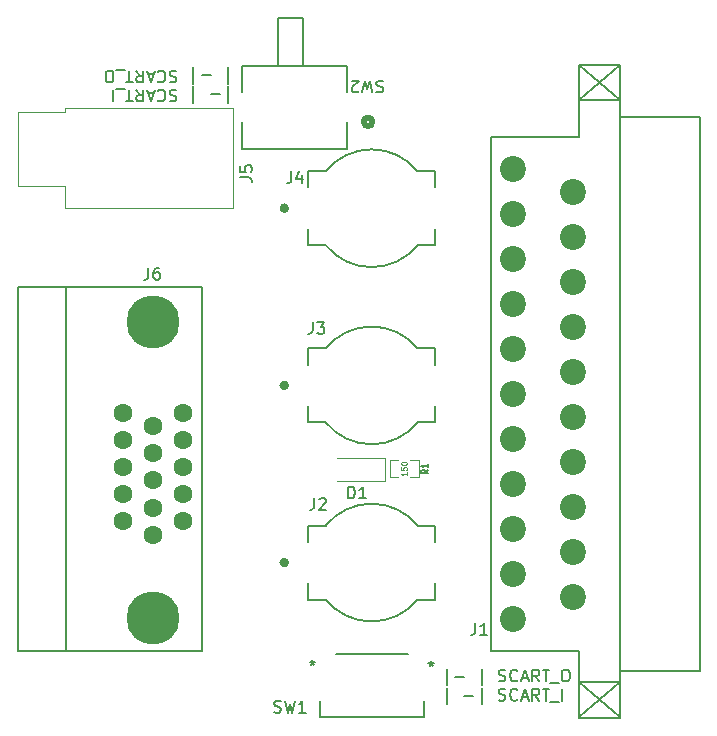
<source format=gbr>
%TF.GenerationSoftware,KiCad,Pcbnew,7.0.11+dfsg-1*%
%TF.CreationDate,2024-03-22T13:59:39+02:00*%
%TF.ProjectId,dexx_video_adapter,64657878-5f76-4696-9465-6f5f61646170,rev?*%
%TF.SameCoordinates,Original*%
%TF.FileFunction,Legend,Top*%
%TF.FilePolarity,Positive*%
%FSLAX46Y46*%
G04 Gerber Fmt 4.6, Leading zero omitted, Abs format (unit mm)*
G04 Created by KiCad (PCBNEW 7.0.11+dfsg-1) date 2024-03-22 13:59:39*
%MOMM*%
%LPD*%
G01*
G04 APERTURE LIST*
%ADD10C,0.150000*%
%ADD11C,0.127000*%
%ADD12C,0.114300*%
%ADD13C,0.152400*%
%ADD14C,0.508000*%
%ADD15C,0.400000*%
%ADD16C,0.120000*%
%ADD17C,0.119380*%
%ADD18C,1.600000*%
%ADD19C,4.500000*%
%ADD20C,2.200000*%
G04 APERTURE END LIST*
D10*
X39035125Y-14826847D02*
X39035125Y-16255419D01*
X38320839Y-15541133D02*
X37558935Y-15541133D01*
X36082744Y-14826847D02*
X36082744Y-16255419D01*
X34654172Y-15207800D02*
X34511315Y-15160180D01*
X34511315Y-15160180D02*
X34273220Y-15160180D01*
X34273220Y-15160180D02*
X34177982Y-15207800D01*
X34177982Y-15207800D02*
X34130363Y-15255419D01*
X34130363Y-15255419D02*
X34082744Y-15350657D01*
X34082744Y-15350657D02*
X34082744Y-15445895D01*
X34082744Y-15445895D02*
X34130363Y-15541133D01*
X34130363Y-15541133D02*
X34177982Y-15588752D01*
X34177982Y-15588752D02*
X34273220Y-15636371D01*
X34273220Y-15636371D02*
X34463696Y-15683990D01*
X34463696Y-15683990D02*
X34558934Y-15731609D01*
X34558934Y-15731609D02*
X34606553Y-15779228D01*
X34606553Y-15779228D02*
X34654172Y-15874466D01*
X34654172Y-15874466D02*
X34654172Y-15969704D01*
X34654172Y-15969704D02*
X34606553Y-16064942D01*
X34606553Y-16064942D02*
X34558934Y-16112561D01*
X34558934Y-16112561D02*
X34463696Y-16160180D01*
X34463696Y-16160180D02*
X34225601Y-16160180D01*
X34225601Y-16160180D02*
X34082744Y-16112561D01*
X33082744Y-15255419D02*
X33130363Y-15207800D01*
X33130363Y-15207800D02*
X33273220Y-15160180D01*
X33273220Y-15160180D02*
X33368458Y-15160180D01*
X33368458Y-15160180D02*
X33511315Y-15207800D01*
X33511315Y-15207800D02*
X33606553Y-15303038D01*
X33606553Y-15303038D02*
X33654172Y-15398276D01*
X33654172Y-15398276D02*
X33701791Y-15588752D01*
X33701791Y-15588752D02*
X33701791Y-15731609D01*
X33701791Y-15731609D02*
X33654172Y-15922085D01*
X33654172Y-15922085D02*
X33606553Y-16017323D01*
X33606553Y-16017323D02*
X33511315Y-16112561D01*
X33511315Y-16112561D02*
X33368458Y-16160180D01*
X33368458Y-16160180D02*
X33273220Y-16160180D01*
X33273220Y-16160180D02*
X33130363Y-16112561D01*
X33130363Y-16112561D02*
X33082744Y-16064942D01*
X32701791Y-15445895D02*
X32225601Y-15445895D01*
X32797029Y-15160180D02*
X32463696Y-16160180D01*
X32463696Y-16160180D02*
X32130363Y-15160180D01*
X31225601Y-15160180D02*
X31558934Y-15636371D01*
X31797029Y-15160180D02*
X31797029Y-16160180D01*
X31797029Y-16160180D02*
X31416077Y-16160180D01*
X31416077Y-16160180D02*
X31320839Y-16112561D01*
X31320839Y-16112561D02*
X31273220Y-16064942D01*
X31273220Y-16064942D02*
X31225601Y-15969704D01*
X31225601Y-15969704D02*
X31225601Y-15826847D01*
X31225601Y-15826847D02*
X31273220Y-15731609D01*
X31273220Y-15731609D02*
X31320839Y-15683990D01*
X31320839Y-15683990D02*
X31416077Y-15636371D01*
X31416077Y-15636371D02*
X31797029Y-15636371D01*
X30939886Y-16160180D02*
X30368458Y-16160180D01*
X30654172Y-15160180D02*
X30654172Y-16160180D01*
X30273220Y-15064942D02*
X29511315Y-15064942D01*
X29273219Y-15160180D02*
X29273219Y-16160180D01*
X39035125Y-13216847D02*
X39035125Y-14645419D01*
X37558934Y-13931133D02*
X36797030Y-13931133D01*
X36082744Y-13216847D02*
X36082744Y-14645419D01*
X34654172Y-13597800D02*
X34511315Y-13550180D01*
X34511315Y-13550180D02*
X34273220Y-13550180D01*
X34273220Y-13550180D02*
X34177982Y-13597800D01*
X34177982Y-13597800D02*
X34130363Y-13645419D01*
X34130363Y-13645419D02*
X34082744Y-13740657D01*
X34082744Y-13740657D02*
X34082744Y-13835895D01*
X34082744Y-13835895D02*
X34130363Y-13931133D01*
X34130363Y-13931133D02*
X34177982Y-13978752D01*
X34177982Y-13978752D02*
X34273220Y-14026371D01*
X34273220Y-14026371D02*
X34463696Y-14073990D01*
X34463696Y-14073990D02*
X34558934Y-14121609D01*
X34558934Y-14121609D02*
X34606553Y-14169228D01*
X34606553Y-14169228D02*
X34654172Y-14264466D01*
X34654172Y-14264466D02*
X34654172Y-14359704D01*
X34654172Y-14359704D02*
X34606553Y-14454942D01*
X34606553Y-14454942D02*
X34558934Y-14502561D01*
X34558934Y-14502561D02*
X34463696Y-14550180D01*
X34463696Y-14550180D02*
X34225601Y-14550180D01*
X34225601Y-14550180D02*
X34082744Y-14502561D01*
X33082744Y-13645419D02*
X33130363Y-13597800D01*
X33130363Y-13597800D02*
X33273220Y-13550180D01*
X33273220Y-13550180D02*
X33368458Y-13550180D01*
X33368458Y-13550180D02*
X33511315Y-13597800D01*
X33511315Y-13597800D02*
X33606553Y-13693038D01*
X33606553Y-13693038D02*
X33654172Y-13788276D01*
X33654172Y-13788276D02*
X33701791Y-13978752D01*
X33701791Y-13978752D02*
X33701791Y-14121609D01*
X33701791Y-14121609D02*
X33654172Y-14312085D01*
X33654172Y-14312085D02*
X33606553Y-14407323D01*
X33606553Y-14407323D02*
X33511315Y-14502561D01*
X33511315Y-14502561D02*
X33368458Y-14550180D01*
X33368458Y-14550180D02*
X33273220Y-14550180D01*
X33273220Y-14550180D02*
X33130363Y-14502561D01*
X33130363Y-14502561D02*
X33082744Y-14454942D01*
X32701791Y-13835895D02*
X32225601Y-13835895D01*
X32797029Y-13550180D02*
X32463696Y-14550180D01*
X32463696Y-14550180D02*
X32130363Y-13550180D01*
X31225601Y-13550180D02*
X31558934Y-14026371D01*
X31797029Y-13550180D02*
X31797029Y-14550180D01*
X31797029Y-14550180D02*
X31416077Y-14550180D01*
X31416077Y-14550180D02*
X31320839Y-14502561D01*
X31320839Y-14502561D02*
X31273220Y-14454942D01*
X31273220Y-14454942D02*
X31225601Y-14359704D01*
X31225601Y-14359704D02*
X31225601Y-14216847D01*
X31225601Y-14216847D02*
X31273220Y-14121609D01*
X31273220Y-14121609D02*
X31320839Y-14073990D01*
X31320839Y-14073990D02*
X31416077Y-14026371D01*
X31416077Y-14026371D02*
X31797029Y-14026371D01*
X30939886Y-14550180D02*
X30368458Y-14550180D01*
X30654172Y-13550180D02*
X30654172Y-14550180D01*
X30273220Y-13454942D02*
X29511315Y-13454942D01*
X29082743Y-14550180D02*
X28892267Y-14550180D01*
X28892267Y-14550180D02*
X28797029Y-14502561D01*
X28797029Y-14502561D02*
X28701791Y-14407323D01*
X28701791Y-14407323D02*
X28654172Y-14216847D01*
X28654172Y-14216847D02*
X28654172Y-13883514D01*
X28654172Y-13883514D02*
X28701791Y-13693038D01*
X28701791Y-13693038D02*
X28797029Y-13597800D01*
X28797029Y-13597800D02*
X28892267Y-13550180D01*
X28892267Y-13550180D02*
X29082743Y-13550180D01*
X29082743Y-13550180D02*
X29177981Y-13597800D01*
X29177981Y-13597800D02*
X29273219Y-13693038D01*
X29273219Y-13693038D02*
X29320838Y-13883514D01*
X29320838Y-13883514D02*
X29320838Y-14216847D01*
X29320838Y-14216847D02*
X29273219Y-14407323D01*
X29273219Y-14407323D02*
X29177981Y-14502561D01*
X29177981Y-14502561D02*
X29082743Y-14550180D01*
X57554874Y-65603152D02*
X57554874Y-64174580D01*
X58269160Y-64888866D02*
X59031065Y-64888866D01*
X60507255Y-65603152D02*
X60507255Y-64174580D01*
X61935827Y-65222200D02*
X62078684Y-65269819D01*
X62078684Y-65269819D02*
X62316779Y-65269819D01*
X62316779Y-65269819D02*
X62412017Y-65222200D01*
X62412017Y-65222200D02*
X62459636Y-65174580D01*
X62459636Y-65174580D02*
X62507255Y-65079342D01*
X62507255Y-65079342D02*
X62507255Y-64984104D01*
X62507255Y-64984104D02*
X62459636Y-64888866D01*
X62459636Y-64888866D02*
X62412017Y-64841247D01*
X62412017Y-64841247D02*
X62316779Y-64793628D01*
X62316779Y-64793628D02*
X62126303Y-64746009D01*
X62126303Y-64746009D02*
X62031065Y-64698390D01*
X62031065Y-64698390D02*
X61983446Y-64650771D01*
X61983446Y-64650771D02*
X61935827Y-64555533D01*
X61935827Y-64555533D02*
X61935827Y-64460295D01*
X61935827Y-64460295D02*
X61983446Y-64365057D01*
X61983446Y-64365057D02*
X62031065Y-64317438D01*
X62031065Y-64317438D02*
X62126303Y-64269819D01*
X62126303Y-64269819D02*
X62364398Y-64269819D01*
X62364398Y-64269819D02*
X62507255Y-64317438D01*
X63507255Y-65174580D02*
X63459636Y-65222200D01*
X63459636Y-65222200D02*
X63316779Y-65269819D01*
X63316779Y-65269819D02*
X63221541Y-65269819D01*
X63221541Y-65269819D02*
X63078684Y-65222200D01*
X63078684Y-65222200D02*
X62983446Y-65126961D01*
X62983446Y-65126961D02*
X62935827Y-65031723D01*
X62935827Y-65031723D02*
X62888208Y-64841247D01*
X62888208Y-64841247D02*
X62888208Y-64698390D01*
X62888208Y-64698390D02*
X62935827Y-64507914D01*
X62935827Y-64507914D02*
X62983446Y-64412676D01*
X62983446Y-64412676D02*
X63078684Y-64317438D01*
X63078684Y-64317438D02*
X63221541Y-64269819D01*
X63221541Y-64269819D02*
X63316779Y-64269819D01*
X63316779Y-64269819D02*
X63459636Y-64317438D01*
X63459636Y-64317438D02*
X63507255Y-64365057D01*
X63888208Y-64984104D02*
X64364398Y-64984104D01*
X63792970Y-65269819D02*
X64126303Y-64269819D01*
X64126303Y-64269819D02*
X64459636Y-65269819D01*
X65364398Y-65269819D02*
X65031065Y-64793628D01*
X64792970Y-65269819D02*
X64792970Y-64269819D01*
X64792970Y-64269819D02*
X65173922Y-64269819D01*
X65173922Y-64269819D02*
X65269160Y-64317438D01*
X65269160Y-64317438D02*
X65316779Y-64365057D01*
X65316779Y-64365057D02*
X65364398Y-64460295D01*
X65364398Y-64460295D02*
X65364398Y-64603152D01*
X65364398Y-64603152D02*
X65316779Y-64698390D01*
X65316779Y-64698390D02*
X65269160Y-64746009D01*
X65269160Y-64746009D02*
X65173922Y-64793628D01*
X65173922Y-64793628D02*
X64792970Y-64793628D01*
X65650113Y-64269819D02*
X66221541Y-64269819D01*
X65935827Y-65269819D02*
X65935827Y-64269819D01*
X66316780Y-65365057D02*
X67078684Y-65365057D01*
X67507256Y-64269819D02*
X67697732Y-64269819D01*
X67697732Y-64269819D02*
X67792970Y-64317438D01*
X67792970Y-64317438D02*
X67888208Y-64412676D01*
X67888208Y-64412676D02*
X67935827Y-64603152D01*
X67935827Y-64603152D02*
X67935827Y-64936485D01*
X67935827Y-64936485D02*
X67888208Y-65126961D01*
X67888208Y-65126961D02*
X67792970Y-65222200D01*
X67792970Y-65222200D02*
X67697732Y-65269819D01*
X67697732Y-65269819D02*
X67507256Y-65269819D01*
X67507256Y-65269819D02*
X67412018Y-65222200D01*
X67412018Y-65222200D02*
X67316780Y-65126961D01*
X67316780Y-65126961D02*
X67269161Y-64936485D01*
X67269161Y-64936485D02*
X67269161Y-64603152D01*
X67269161Y-64603152D02*
X67316780Y-64412676D01*
X67316780Y-64412676D02*
X67412018Y-64317438D01*
X67412018Y-64317438D02*
X67507256Y-64269819D01*
X57554874Y-67213152D02*
X57554874Y-65784580D01*
X59031065Y-66498866D02*
X59792970Y-66498866D01*
X60507255Y-67213152D02*
X60507255Y-65784580D01*
X61935827Y-66832200D02*
X62078684Y-66879819D01*
X62078684Y-66879819D02*
X62316779Y-66879819D01*
X62316779Y-66879819D02*
X62412017Y-66832200D01*
X62412017Y-66832200D02*
X62459636Y-66784580D01*
X62459636Y-66784580D02*
X62507255Y-66689342D01*
X62507255Y-66689342D02*
X62507255Y-66594104D01*
X62507255Y-66594104D02*
X62459636Y-66498866D01*
X62459636Y-66498866D02*
X62412017Y-66451247D01*
X62412017Y-66451247D02*
X62316779Y-66403628D01*
X62316779Y-66403628D02*
X62126303Y-66356009D01*
X62126303Y-66356009D02*
X62031065Y-66308390D01*
X62031065Y-66308390D02*
X61983446Y-66260771D01*
X61983446Y-66260771D02*
X61935827Y-66165533D01*
X61935827Y-66165533D02*
X61935827Y-66070295D01*
X61935827Y-66070295D02*
X61983446Y-65975057D01*
X61983446Y-65975057D02*
X62031065Y-65927438D01*
X62031065Y-65927438D02*
X62126303Y-65879819D01*
X62126303Y-65879819D02*
X62364398Y-65879819D01*
X62364398Y-65879819D02*
X62507255Y-65927438D01*
X63507255Y-66784580D02*
X63459636Y-66832200D01*
X63459636Y-66832200D02*
X63316779Y-66879819D01*
X63316779Y-66879819D02*
X63221541Y-66879819D01*
X63221541Y-66879819D02*
X63078684Y-66832200D01*
X63078684Y-66832200D02*
X62983446Y-66736961D01*
X62983446Y-66736961D02*
X62935827Y-66641723D01*
X62935827Y-66641723D02*
X62888208Y-66451247D01*
X62888208Y-66451247D02*
X62888208Y-66308390D01*
X62888208Y-66308390D02*
X62935827Y-66117914D01*
X62935827Y-66117914D02*
X62983446Y-66022676D01*
X62983446Y-66022676D02*
X63078684Y-65927438D01*
X63078684Y-65927438D02*
X63221541Y-65879819D01*
X63221541Y-65879819D02*
X63316779Y-65879819D01*
X63316779Y-65879819D02*
X63459636Y-65927438D01*
X63459636Y-65927438D02*
X63507255Y-65975057D01*
X63888208Y-66594104D02*
X64364398Y-66594104D01*
X63792970Y-66879819D02*
X64126303Y-65879819D01*
X64126303Y-65879819D02*
X64459636Y-66879819D01*
X65364398Y-66879819D02*
X65031065Y-66403628D01*
X64792970Y-66879819D02*
X64792970Y-65879819D01*
X64792970Y-65879819D02*
X65173922Y-65879819D01*
X65173922Y-65879819D02*
X65269160Y-65927438D01*
X65269160Y-65927438D02*
X65316779Y-65975057D01*
X65316779Y-65975057D02*
X65364398Y-66070295D01*
X65364398Y-66070295D02*
X65364398Y-66213152D01*
X65364398Y-66213152D02*
X65316779Y-66308390D01*
X65316779Y-66308390D02*
X65269160Y-66356009D01*
X65269160Y-66356009D02*
X65173922Y-66403628D01*
X65173922Y-66403628D02*
X64792970Y-66403628D01*
X65650113Y-65879819D02*
X66221541Y-65879819D01*
X65935827Y-66879819D02*
X65935827Y-65879819D01*
X66316780Y-66975057D02*
X67078684Y-66975057D01*
X67316780Y-66879819D02*
X67316780Y-65879819D01*
X52153332Y-14442800D02*
X52010475Y-14395180D01*
X52010475Y-14395180D02*
X51772380Y-14395180D01*
X51772380Y-14395180D02*
X51677142Y-14442800D01*
X51677142Y-14442800D02*
X51629523Y-14490419D01*
X51629523Y-14490419D02*
X51581904Y-14585657D01*
X51581904Y-14585657D02*
X51581904Y-14680895D01*
X51581904Y-14680895D02*
X51629523Y-14776133D01*
X51629523Y-14776133D02*
X51677142Y-14823752D01*
X51677142Y-14823752D02*
X51772380Y-14871371D01*
X51772380Y-14871371D02*
X51962856Y-14918990D01*
X51962856Y-14918990D02*
X52058094Y-14966609D01*
X52058094Y-14966609D02*
X52105713Y-15014228D01*
X52105713Y-15014228D02*
X52153332Y-15109466D01*
X52153332Y-15109466D02*
X52153332Y-15204704D01*
X52153332Y-15204704D02*
X52105713Y-15299942D01*
X52105713Y-15299942D02*
X52058094Y-15347561D01*
X52058094Y-15347561D02*
X51962856Y-15395180D01*
X51962856Y-15395180D02*
X51724761Y-15395180D01*
X51724761Y-15395180D02*
X51581904Y-15347561D01*
X51248570Y-15395180D02*
X51010475Y-14395180D01*
X51010475Y-14395180D02*
X50819999Y-15109466D01*
X50819999Y-15109466D02*
X50629523Y-14395180D01*
X50629523Y-14395180D02*
X50391428Y-15395180D01*
X50058094Y-15299942D02*
X50010475Y-15347561D01*
X50010475Y-15347561D02*
X49915237Y-15395180D01*
X49915237Y-15395180D02*
X49677142Y-15395180D01*
X49677142Y-15395180D02*
X49581904Y-15347561D01*
X49581904Y-15347561D02*
X49534285Y-15299942D01*
X49534285Y-15299942D02*
X49486666Y-15204704D01*
X49486666Y-15204704D02*
X49486666Y-15109466D01*
X49486666Y-15109466D02*
X49534285Y-14966609D01*
X49534285Y-14966609D02*
X50105713Y-14395180D01*
X50105713Y-14395180D02*
X49486666Y-14395180D01*
X46186537Y-34834612D02*
X46186537Y-35549173D01*
X46186537Y-35549173D02*
X46138900Y-35692086D01*
X46138900Y-35692086D02*
X46043625Y-35787361D01*
X46043625Y-35787361D02*
X45900713Y-35834998D01*
X45900713Y-35834998D02*
X45805438Y-35834998D01*
X46567637Y-34834612D02*
X47186923Y-34834612D01*
X47186923Y-34834612D02*
X46853461Y-35215711D01*
X46853461Y-35215711D02*
X46996374Y-35215711D01*
X46996374Y-35215711D02*
X47091649Y-35263349D01*
X47091649Y-35263349D02*
X47139286Y-35310986D01*
X47139286Y-35310986D02*
X47186923Y-35406261D01*
X47186923Y-35406261D02*
X47186923Y-35644448D01*
X47186923Y-35644448D02*
X47139286Y-35739723D01*
X47139286Y-35739723D02*
X47091649Y-35787361D01*
X47091649Y-35787361D02*
X46996374Y-35834998D01*
X46996374Y-35834998D02*
X46710549Y-35834998D01*
X46710549Y-35834998D02*
X46615274Y-35787361D01*
X46615274Y-35787361D02*
X46567637Y-35739723D01*
X44356537Y-22084612D02*
X44356537Y-22799173D01*
X44356537Y-22799173D02*
X44308900Y-22942086D01*
X44308900Y-22942086D02*
X44213625Y-23037361D01*
X44213625Y-23037361D02*
X44070713Y-23084998D01*
X44070713Y-23084998D02*
X43975438Y-23084998D01*
X45261649Y-22418074D02*
X45261649Y-23084998D01*
X45023461Y-22036975D02*
X44785274Y-22751536D01*
X44785274Y-22751536D02*
X45404561Y-22751536D01*
X49191905Y-49764819D02*
X49191905Y-48764819D01*
X49191905Y-48764819D02*
X49430000Y-48764819D01*
X49430000Y-48764819D02*
X49572857Y-48812438D01*
X49572857Y-48812438D02*
X49668095Y-48907676D01*
X49668095Y-48907676D02*
X49715714Y-49002914D01*
X49715714Y-49002914D02*
X49763333Y-49193390D01*
X49763333Y-49193390D02*
X49763333Y-49336247D01*
X49763333Y-49336247D02*
X49715714Y-49526723D01*
X49715714Y-49526723D02*
X49668095Y-49621961D01*
X49668095Y-49621961D02*
X49572857Y-49717200D01*
X49572857Y-49717200D02*
X49430000Y-49764819D01*
X49430000Y-49764819D02*
X49191905Y-49764819D01*
X50715714Y-49764819D02*
X50144286Y-49764819D01*
X50430000Y-49764819D02*
X50430000Y-48764819D01*
X50430000Y-48764819D02*
X50334762Y-48907676D01*
X50334762Y-48907676D02*
X50239524Y-49002914D01*
X50239524Y-49002914D02*
X50144286Y-49050533D01*
X32271666Y-30234819D02*
X32271666Y-30949104D01*
X32271666Y-30949104D02*
X32224047Y-31091961D01*
X32224047Y-31091961D02*
X32128809Y-31187200D01*
X32128809Y-31187200D02*
X31985952Y-31234819D01*
X31985952Y-31234819D02*
X31890714Y-31234819D01*
X33176428Y-30234819D02*
X32985952Y-30234819D01*
X32985952Y-30234819D02*
X32890714Y-30282438D01*
X32890714Y-30282438D02*
X32843095Y-30330057D01*
X32843095Y-30330057D02*
X32747857Y-30472914D01*
X32747857Y-30472914D02*
X32700238Y-30663390D01*
X32700238Y-30663390D02*
X32700238Y-31044342D01*
X32700238Y-31044342D02*
X32747857Y-31139580D01*
X32747857Y-31139580D02*
X32795476Y-31187200D01*
X32795476Y-31187200D02*
X32890714Y-31234819D01*
X32890714Y-31234819D02*
X33081190Y-31234819D01*
X33081190Y-31234819D02*
X33176428Y-31187200D01*
X33176428Y-31187200D02*
X33224047Y-31139580D01*
X33224047Y-31139580D02*
X33271666Y-31044342D01*
X33271666Y-31044342D02*
X33271666Y-30806247D01*
X33271666Y-30806247D02*
X33224047Y-30711009D01*
X33224047Y-30711009D02*
X33176428Y-30663390D01*
X33176428Y-30663390D02*
X33081190Y-30615771D01*
X33081190Y-30615771D02*
X32890714Y-30615771D01*
X32890714Y-30615771D02*
X32795476Y-30663390D01*
X32795476Y-30663390D02*
X32747857Y-30711009D01*
X32747857Y-30711009D02*
X32700238Y-30806247D01*
X46306537Y-49744612D02*
X46306537Y-50459173D01*
X46306537Y-50459173D02*
X46258900Y-50602086D01*
X46258900Y-50602086D02*
X46163625Y-50697361D01*
X46163625Y-50697361D02*
X46020713Y-50744998D01*
X46020713Y-50744998D02*
X45925438Y-50744998D01*
X46735274Y-49839887D02*
X46782912Y-49792249D01*
X46782912Y-49792249D02*
X46878187Y-49744612D01*
X46878187Y-49744612D02*
X47116374Y-49744612D01*
X47116374Y-49744612D02*
X47211649Y-49792249D01*
X47211649Y-49792249D02*
X47259286Y-49839887D01*
X47259286Y-49839887D02*
X47306923Y-49935162D01*
X47306923Y-49935162D02*
X47306923Y-50030437D01*
X47306923Y-50030437D02*
X47259286Y-50173349D01*
X47259286Y-50173349D02*
X46687637Y-50744998D01*
X46687637Y-50744998D02*
X47306923Y-50744998D01*
X42926667Y-67857200D02*
X43069524Y-67904819D01*
X43069524Y-67904819D02*
X43307619Y-67904819D01*
X43307619Y-67904819D02*
X43402857Y-67857200D01*
X43402857Y-67857200D02*
X43450476Y-67809580D01*
X43450476Y-67809580D02*
X43498095Y-67714342D01*
X43498095Y-67714342D02*
X43498095Y-67619104D01*
X43498095Y-67619104D02*
X43450476Y-67523866D01*
X43450476Y-67523866D02*
X43402857Y-67476247D01*
X43402857Y-67476247D02*
X43307619Y-67428628D01*
X43307619Y-67428628D02*
X43117143Y-67381009D01*
X43117143Y-67381009D02*
X43021905Y-67333390D01*
X43021905Y-67333390D02*
X42974286Y-67285771D01*
X42974286Y-67285771D02*
X42926667Y-67190533D01*
X42926667Y-67190533D02*
X42926667Y-67095295D01*
X42926667Y-67095295D02*
X42974286Y-67000057D01*
X42974286Y-67000057D02*
X43021905Y-66952438D01*
X43021905Y-66952438D02*
X43117143Y-66904819D01*
X43117143Y-66904819D02*
X43355238Y-66904819D01*
X43355238Y-66904819D02*
X43498095Y-66952438D01*
X43831429Y-66904819D02*
X44069524Y-67904819D01*
X44069524Y-67904819D02*
X44260000Y-67190533D01*
X44260000Y-67190533D02*
X44450476Y-67904819D01*
X44450476Y-67904819D02*
X44688572Y-66904819D01*
X45593333Y-67904819D02*
X45021905Y-67904819D01*
X45307619Y-67904819D02*
X45307619Y-66904819D01*
X45307619Y-66904819D02*
X45212381Y-67047676D01*
X45212381Y-67047676D02*
X45117143Y-67142914D01*
X45117143Y-67142914D02*
X45021905Y-67190533D01*
X56220000Y-63524819D02*
X56220000Y-63762914D01*
X55981905Y-63667676D02*
X56220000Y-63762914D01*
X56220000Y-63762914D02*
X56458095Y-63667676D01*
X56077143Y-63953390D02*
X56220000Y-63762914D01*
X56220000Y-63762914D02*
X56362857Y-63953390D01*
X46160000Y-63464819D02*
X46160000Y-63702914D01*
X45921905Y-63607676D02*
X46160000Y-63702914D01*
X46160000Y-63702914D02*
X46398095Y-63607676D01*
X46017143Y-63893390D02*
X46160000Y-63702914D01*
X46160000Y-63702914D02*
X46302857Y-63893390D01*
D11*
X55983658Y-47324666D02*
X55705467Y-47494000D01*
X55983658Y-47614952D02*
X55399458Y-47614952D01*
X55399458Y-47614952D02*
X55399458Y-47421428D01*
X55399458Y-47421428D02*
X55427277Y-47373047D01*
X55427277Y-47373047D02*
X55455096Y-47348857D01*
X55455096Y-47348857D02*
X55510734Y-47324666D01*
X55510734Y-47324666D02*
X55594191Y-47324666D01*
X55594191Y-47324666D02*
X55649829Y-47348857D01*
X55649829Y-47348857D02*
X55677648Y-47373047D01*
X55677648Y-47373047D02*
X55705467Y-47421428D01*
X55705467Y-47421428D02*
X55705467Y-47614952D01*
X55983658Y-46840857D02*
X55983658Y-47131143D01*
X55983658Y-46986000D02*
X55399458Y-46986000D01*
X55399458Y-46986000D02*
X55482915Y-47034381D01*
X55482915Y-47034381D02*
X55538553Y-47082762D01*
X55538553Y-47082762D02*
X55566372Y-47131143D01*
D12*
X54171066Y-47544800D02*
X54171066Y-47806057D01*
X54171066Y-47675428D02*
X53663066Y-47675428D01*
X53663066Y-47675428D02*
X53735637Y-47718971D01*
X53735637Y-47718971D02*
X53784018Y-47762514D01*
X53784018Y-47762514D02*
X53808209Y-47806057D01*
X53663066Y-47131142D02*
X53663066Y-47348856D01*
X53663066Y-47348856D02*
X53904971Y-47370628D01*
X53904971Y-47370628D02*
X53880780Y-47348856D01*
X53880780Y-47348856D02*
X53856590Y-47305314D01*
X53856590Y-47305314D02*
X53856590Y-47196456D01*
X53856590Y-47196456D02*
X53880780Y-47152914D01*
X53880780Y-47152914D02*
X53904971Y-47131142D01*
X53904971Y-47131142D02*
X53953352Y-47109371D01*
X53953352Y-47109371D02*
X54074304Y-47109371D01*
X54074304Y-47109371D02*
X54122685Y-47131142D01*
X54122685Y-47131142D02*
X54146876Y-47152914D01*
X54146876Y-47152914D02*
X54171066Y-47196456D01*
X54171066Y-47196456D02*
X54171066Y-47305314D01*
X54171066Y-47305314D02*
X54146876Y-47348856D01*
X54146876Y-47348856D02*
X54122685Y-47370628D01*
X53663066Y-46826342D02*
X53663066Y-46782799D01*
X53663066Y-46782799D02*
X53687256Y-46739256D01*
X53687256Y-46739256D02*
X53711447Y-46717485D01*
X53711447Y-46717485D02*
X53759828Y-46695713D01*
X53759828Y-46695713D02*
X53856590Y-46673942D01*
X53856590Y-46673942D02*
X53977542Y-46673942D01*
X53977542Y-46673942D02*
X54074304Y-46695713D01*
X54074304Y-46695713D02*
X54122685Y-46717485D01*
X54122685Y-46717485D02*
X54146876Y-46739256D01*
X54146876Y-46739256D02*
X54171066Y-46782799D01*
X54171066Y-46782799D02*
X54171066Y-46826342D01*
X54171066Y-46826342D02*
X54146876Y-46869885D01*
X54146876Y-46869885D02*
X54122685Y-46891656D01*
X54122685Y-46891656D02*
X54074304Y-46913427D01*
X54074304Y-46913427D02*
X53977542Y-46935199D01*
X53977542Y-46935199D02*
X53856590Y-46935199D01*
X53856590Y-46935199D02*
X53759828Y-46913427D01*
X53759828Y-46913427D02*
X53711447Y-46891656D01*
X53711447Y-46891656D02*
X53687256Y-46869885D01*
X53687256Y-46869885D02*
X53663066Y-46826342D01*
D10*
X59946666Y-60324819D02*
X59946666Y-61039104D01*
X59946666Y-61039104D02*
X59899047Y-61181961D01*
X59899047Y-61181961D02*
X59803809Y-61277200D01*
X59803809Y-61277200D02*
X59660952Y-61324819D01*
X59660952Y-61324819D02*
X59565714Y-61324819D01*
X60946666Y-61324819D02*
X60375238Y-61324819D01*
X60660952Y-61324819D02*
X60660952Y-60324819D01*
X60660952Y-60324819D02*
X60565714Y-60467676D01*
X60565714Y-60467676D02*
X60470476Y-60562914D01*
X60470476Y-60562914D02*
X60375238Y-60610533D01*
X40034819Y-22573333D02*
X40749104Y-22573333D01*
X40749104Y-22573333D02*
X40891961Y-22620952D01*
X40891961Y-22620952D02*
X40987200Y-22716190D01*
X40987200Y-22716190D02*
X41034819Y-22859047D01*
X41034819Y-22859047D02*
X41034819Y-22954285D01*
X40034819Y-21620952D02*
X40034819Y-22097142D01*
X40034819Y-22097142D02*
X40511009Y-22144761D01*
X40511009Y-22144761D02*
X40463390Y-22097142D01*
X40463390Y-22097142D02*
X40415771Y-22001904D01*
X40415771Y-22001904D02*
X40415771Y-21763809D01*
X40415771Y-21763809D02*
X40463390Y-21668571D01*
X40463390Y-21668571D02*
X40511009Y-21620952D01*
X40511009Y-21620952D02*
X40606247Y-21573333D01*
X40606247Y-21573333D02*
X40844342Y-21573333D01*
X40844342Y-21573333D02*
X40939580Y-21620952D01*
X40939580Y-21620952D02*
X40987200Y-21668571D01*
X40987200Y-21668571D02*
X41034819Y-21763809D01*
X41034819Y-21763809D02*
X41034819Y-22001904D01*
X41034819Y-22001904D02*
X40987200Y-22097142D01*
X40987200Y-22097142D02*
X40939580Y-22144761D01*
D13*
%TO.C,SW2*%
X49094400Y-20170600D02*
X49094400Y-17934593D01*
X49094400Y-15345407D02*
X49094400Y-13121600D01*
X49094400Y-13121600D02*
X40229800Y-13121600D01*
X45373300Y-13121600D02*
X45373300Y-9121600D01*
X45373300Y-9121600D02*
X43265100Y-9121600D01*
X43265100Y-13121600D02*
X43265100Y-9121600D01*
X40229800Y-20170600D02*
X49094400Y-20170600D01*
X40229800Y-17934593D02*
X40229800Y-20170600D01*
X40229800Y-13121600D02*
X40229800Y-15345407D01*
D14*
X51253400Y-17884600D02*
G75*
G03*
X50491400Y-17884600I-381000J0D01*
G01*
X50491400Y-17884600D02*
G75*
G03*
X51253400Y-17884600I381000J0D01*
G01*
D11*
%TO.C,J3*%
X45830000Y-37065000D02*
X45830000Y-38435000D01*
X45830000Y-41965000D02*
X45830000Y-43335000D01*
X47296000Y-37065000D02*
X45830000Y-37065000D01*
X47296000Y-43335000D02*
X45830000Y-43335000D01*
X56530000Y-37065000D02*
X55064000Y-37065000D01*
X56530000Y-37065000D02*
X56530000Y-38435000D01*
X56530000Y-41965000D02*
X56530000Y-43335000D01*
X56530000Y-43335000D02*
X55064000Y-43335000D01*
X55063999Y-37065001D02*
G75*
G03*
X47296001Y-37065001I-3883999J-3148850D01*
G01*
X47296001Y-43334999D02*
G75*
G03*
X55063999Y-43334999I3883999J3148850D01*
G01*
D15*
X43980000Y-40200000D02*
G75*
G03*
X43580000Y-40200000I-200000J0D01*
G01*
X43580000Y-40200000D02*
G75*
G03*
X43980000Y-40200000I200000J0D01*
G01*
D11*
%TO.C,J4*%
X45830000Y-22065000D02*
X45830000Y-23435000D01*
X45830000Y-26965000D02*
X45830000Y-28335000D01*
X47296000Y-22065000D02*
X45830000Y-22065000D01*
X47296000Y-28335000D02*
X45830000Y-28335000D01*
X56530000Y-22065000D02*
X55064000Y-22065000D01*
X56530000Y-22065000D02*
X56530000Y-23435000D01*
X56530000Y-26965000D02*
X56530000Y-28335000D01*
X56530000Y-28335000D02*
X55064000Y-28335000D01*
X55063999Y-22065001D02*
G75*
G03*
X47296001Y-22065001I-3883999J-3148850D01*
G01*
X47296001Y-28334999D02*
G75*
G03*
X55063999Y-28334999I3883999J3148850D01*
G01*
D15*
X43980000Y-25200000D02*
G75*
G03*
X43580000Y-25200000I-200000J0D01*
G01*
X43580000Y-25200000D02*
G75*
G03*
X43980000Y-25200000I200000J0D01*
G01*
D16*
%TO.C,D1*%
X52290000Y-48310000D02*
X52290000Y-46310000D01*
X52290000Y-48310000D02*
X48280000Y-48310000D01*
X52290000Y-46310000D02*
X48280000Y-46310000D01*
D10*
%TO.C,J6*%
X21270000Y-31850000D02*
X36800000Y-31850000D01*
X36800000Y-62650000D02*
X36800000Y-31850000D01*
X36800000Y-62650000D02*
X21270000Y-62650000D01*
X25320000Y-62650000D02*
X25320000Y-31850000D01*
X21270000Y-62650000D02*
X21270000Y-31850000D01*
D11*
%TO.C,J2*%
X45830000Y-52065000D02*
X45830000Y-53435000D01*
X45830000Y-56965000D02*
X45830000Y-58335000D01*
X47296000Y-52065000D02*
X45830000Y-52065000D01*
X47296000Y-58335000D02*
X45830000Y-58335000D01*
X56530000Y-52065000D02*
X55064000Y-52065000D01*
X56530000Y-52065000D02*
X56530000Y-53435000D01*
X56530000Y-56965000D02*
X56530000Y-58335000D01*
X56530000Y-58335000D02*
X55064000Y-58335000D01*
X55063999Y-52065001D02*
G75*
G03*
X47296001Y-52065001I-3883999J-3148850D01*
G01*
X47296001Y-58334999D02*
G75*
G03*
X55063999Y-58334999I3883999J3148850D01*
G01*
D15*
X43980000Y-55200000D02*
G75*
G03*
X43580000Y-55200000I-200000J0D01*
G01*
X43580000Y-55200000D02*
G75*
G03*
X43980000Y-55200000I200000J0D01*
G01*
D13*
%TO.C,SW1*%
X46767701Y-66894593D02*
X46767701Y-68254200D01*
X46767701Y-68254200D02*
X55632301Y-68254200D01*
X49805251Y-62945600D02*
X48177255Y-62945600D01*
X51805252Y-62945600D02*
X49805251Y-62945600D01*
X53805253Y-62945600D02*
X51805252Y-62945600D01*
X54222748Y-62945600D02*
X53805253Y-62945600D01*
X55632301Y-68254200D02*
X55632301Y-66894593D01*
D17*
%TO.C,R1*%
X55181520Y-46503400D02*
X55181520Y-47976600D01*
X55140880Y-47974060D02*
X54442380Y-47974060D01*
X54442380Y-46505940D02*
X55140880Y-46505940D01*
X53441620Y-47974060D02*
X52743120Y-47974060D01*
X53441620Y-46505940D02*
X52743120Y-46505940D01*
X52702480Y-47976600D02*
X52702480Y-46503400D01*
D10*
%TO.C,J1*%
X72200000Y-68325000D02*
X68700000Y-68325000D01*
X68709740Y-68314280D02*
X72189540Y-65342480D01*
X72192080Y-68306660D02*
X68724980Y-65339940D01*
X72200000Y-65325000D02*
X68700000Y-65325000D01*
X78950000Y-64415000D02*
X72200000Y-64415000D01*
X61250000Y-62710000D02*
X61250000Y-19210000D01*
X68700000Y-62710000D02*
X68700000Y-68325000D01*
X68700000Y-62710000D02*
X61250000Y-62710000D01*
X61250000Y-19210000D02*
X68700000Y-19210000D01*
X68700000Y-19210000D02*
X68700000Y-13055000D01*
X78950000Y-17515000D02*
X78950000Y-64415000D01*
X78950000Y-17515000D02*
X72200000Y-17515000D01*
X68702120Y-16055300D02*
X72194620Y-13068260D01*
X68700000Y-16055000D02*
X72200000Y-16055000D01*
X72207320Y-16047680D02*
X68704660Y-13058100D01*
X68700000Y-13055000D02*
X72200000Y-13055000D01*
X72200000Y-13055000D02*
X72200000Y-68325000D01*
D16*
%TO.C,J5*%
X25220000Y-25180000D02*
X25220000Y-23280000D01*
X39460000Y-25180000D02*
X25220000Y-25180000D01*
X21220000Y-23280000D02*
X21220000Y-17040000D01*
X25220000Y-23280000D02*
X21220000Y-23280000D01*
X21220000Y-17040000D02*
X25220000Y-17040000D01*
X25220000Y-17040000D02*
X25220000Y-16740000D01*
X25220000Y-16740000D02*
X39460000Y-16740000D01*
X39460000Y-16740000D02*
X39460000Y-25180000D01*
%TD*%
D18*
%TO.C,J6*%
X35240000Y-51690000D03*
X35240000Y-49400000D03*
X35240000Y-47110000D03*
X35240000Y-44820000D03*
X35240000Y-42530000D03*
X32700000Y-52830000D03*
X32700000Y-50540000D03*
X32700000Y-48250000D03*
X32700000Y-45960000D03*
D19*
X32700000Y-34870000D03*
D18*
X32700000Y-43670000D03*
D19*
X32700000Y-59870000D03*
D18*
X30160000Y-51690000D03*
X30160000Y-49400000D03*
X30160000Y-47110000D03*
X30160000Y-44820000D03*
X30160000Y-42530000D03*
%TD*%
D20*
%TO.C,J1*%
X63170000Y-21910000D03*
X68250000Y-23815000D03*
X63170000Y-25720000D03*
X68250000Y-27625000D03*
X63170000Y-29530000D03*
X68250000Y-31435000D03*
X63170000Y-33340000D03*
X68250000Y-35245000D03*
X63170000Y-37150000D03*
X68250000Y-39055000D03*
X63170000Y-40960000D03*
X68250000Y-42865000D03*
X63170000Y-44770000D03*
X68250000Y-46675000D03*
X63170000Y-48580000D03*
X68250000Y-50485000D03*
X63170000Y-52390000D03*
X68250000Y-54295000D03*
X63170000Y-56200000D03*
X68250000Y-58105000D03*
X63170000Y-60010000D03*
%TD*%
M02*

</source>
